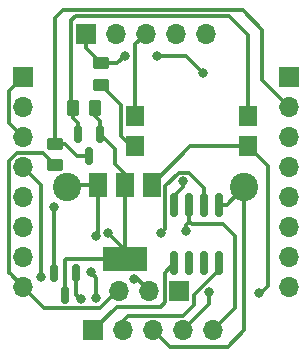
<source format=gbl>
G04 #@! TF.GenerationSoftware,KiCad,Pcbnew,(6.0.11)*
G04 #@! TF.CreationDate,2023-12-04T17:04:48+01:00*
G04 #@! TF.ProjectId,PCB_Dongle_Linky,5043425f-446f-46e6-976c-655f4c696e6b,rev?*
G04 #@! TF.SameCoordinates,Original*
G04 #@! TF.FileFunction,Copper,L2,Bot*
G04 #@! TF.FilePolarity,Positive*
%FSLAX46Y46*%
G04 Gerber Fmt 4.6, Leading zero omitted, Abs format (unit mm)*
G04 Created by KiCad (PCBNEW (6.0.11)) date 2023-12-04 17:04:48*
%MOMM*%
%LPD*%
G01*
G04 APERTURE LIST*
G04 Aperture macros list*
%AMRoundRect*
0 Rectangle with rounded corners*
0 $1 Rounding radius*
0 $2 $3 $4 $5 $6 $7 $8 $9 X,Y pos of 4 corners*
0 Add a 4 corners polygon primitive as box body*
4,1,4,$2,$3,$4,$5,$6,$7,$8,$9,$2,$3,0*
0 Add four circle primitives for the rounded corners*
1,1,$1+$1,$2,$3*
1,1,$1+$1,$4,$5*
1,1,$1+$1,$6,$7*
1,1,$1+$1,$8,$9*
0 Add four rect primitives between the rounded corners*
20,1,$1+$1,$2,$3,$4,$5,0*
20,1,$1+$1,$4,$5,$6,$7,0*
20,1,$1+$1,$6,$7,$8,$9,0*
20,1,$1+$1,$8,$9,$2,$3,0*%
G04 Aperture macros list end*
G04 #@! TA.AperFunction,ComponentPad*
%ADD10R,1.700000X1.700000*%
G04 #@! TD*
G04 #@! TA.AperFunction,ComponentPad*
%ADD11O,1.700000X1.700000*%
G04 #@! TD*
G04 #@! TA.AperFunction,ComponentPad*
%ADD12C,2.400000*%
G04 #@! TD*
G04 #@! TA.AperFunction,SMDPad,CuDef*
%ADD13R,1.500000X1.780000*%
G04 #@! TD*
G04 #@! TA.AperFunction,SMDPad,CuDef*
%ADD14RoundRect,0.150000X-0.150000X0.587500X-0.150000X-0.587500X0.150000X-0.587500X0.150000X0.587500X0*%
G04 #@! TD*
G04 #@! TA.AperFunction,SMDPad,CuDef*
%ADD15RoundRect,0.250000X-0.450000X0.262500X-0.450000X-0.262500X0.450000X-0.262500X0.450000X0.262500X0*%
G04 #@! TD*
G04 #@! TA.AperFunction,SMDPad,CuDef*
%ADD16R,1.500000X2.000000*%
G04 #@! TD*
G04 #@! TA.AperFunction,SMDPad,CuDef*
%ADD17R,3.800000X2.000000*%
G04 #@! TD*
G04 #@! TA.AperFunction,SMDPad,CuDef*
%ADD18RoundRect,0.250000X0.262500X0.450000X-0.262500X0.450000X-0.262500X-0.450000X0.262500X-0.450000X0*%
G04 #@! TD*
G04 #@! TA.AperFunction,SMDPad,CuDef*
%ADD19RoundRect,0.150000X0.150000X-0.825000X0.150000X0.825000X-0.150000X0.825000X-0.150000X-0.825000X0*%
G04 #@! TD*
G04 #@! TA.AperFunction,ViaPad*
%ADD20C,0.800000*%
G04 #@! TD*
G04 #@! TA.AperFunction,Conductor*
%ADD21C,0.300000*%
G04 #@! TD*
G04 APERTURE END LIST*
D10*
G04 #@! TO.P,J0,1,Pin_1*
G04 #@! TO.N,I1*
X25275000Y-104400000D03*
D11*
G04 #@! TO.P,J0,2,Pin_2*
G04 #@! TO.N,unconnected-(J0-Pad2)*
X27815000Y-104400000D03*
G04 #@! TO.P,J0,3,Pin_3*
G04 #@! TO.N,I2*
X30355000Y-104400000D03*
G04 #@! TO.P,J0,4,Pin_4*
G04 #@! TO.N,unconnected-(J0-Pad4)*
X32895000Y-104400000D03*
G04 #@! TO.P,J0,5,Pin_5*
G04 #@! TO.N,A*
X35435000Y-104400000D03*
G04 #@! TD*
D10*
G04 #@! TO.P,J2,1,Pin_1*
G04 #@! TO.N,unconnected-(J2-Pad1)*
X42520000Y-108000000D03*
D11*
G04 #@! TO.P,J2,2,Pin_2*
G04 #@! TO.N,Net-(J2-Pad2)*
X42520000Y-110540000D03*
G04 #@! TO.P,J2,3,Pin_3*
G04 #@! TO.N,unconnected-(J2-Pad3)*
X42520000Y-113080000D03*
G04 #@! TO.P,J2,4,Pin_4*
G04 #@! TO.N,unconnected-(J2-Pad4)*
X42520000Y-115620000D03*
G04 #@! TO.P,J2,5,Pin_5*
G04 #@! TO.N,unconnected-(J2-Pad5)*
X42520000Y-118160000D03*
G04 #@! TO.P,J2,6,Pin_6*
G04 #@! TO.N,unconnected-(J2-Pad6)*
X42520000Y-120700000D03*
G04 #@! TO.P,J2,7,Pin_7*
G04 #@! TO.N,GND1*
X42520000Y-123240000D03*
G04 #@! TO.P,J2,8,Pin_8*
G04 #@! TO.N,unconnected-(J2-Pad8)*
X42520000Y-125780000D03*
G04 #@! TD*
D10*
G04 #@! TO.P,J1,1,Pin_1*
G04 #@! TO.N,Net-(J1-Pad1)*
X20000000Y-108000000D03*
D11*
G04 #@! TO.P,J1,2,Pin_2*
G04 #@! TO.N,Net-(J1-Pad2)*
X20000000Y-110540000D03*
G04 #@! TO.P,J1,3,Pin_3*
G04 #@! TO.N,Net-(J1-Pad1)*
X20000000Y-113080000D03*
G04 #@! TO.P,J1,4,Pin_4*
G04 #@! TO.N,Net-(J1-Pad4)*
X20000000Y-115620000D03*
G04 #@! TO.P,J1,5,Pin_5*
G04 #@! TO.N,unconnected-(J1-Pad5)*
X20000000Y-118160000D03*
G04 #@! TO.P,J1,6,Pin_6*
G04 #@! TO.N,unconnected-(J1-Pad6)*
X20000000Y-120700000D03*
G04 #@! TO.P,J1,7,Pin_7*
G04 #@! TO.N,unconnected-(J1-Pad7)*
X20000000Y-123240000D03*
G04 #@! TO.P,J1,8,Pin_8*
G04 #@! TO.N,+3.3V*
X20000000Y-125780000D03*
G04 #@! TD*
D10*
G04 #@! TO.P,J4,1,Pin_1*
G04 #@! TO.N,Net-(J4-Pad1)*
X25925000Y-129450000D03*
D11*
G04 #@! TO.P,J4,2,Pin_2*
G04 #@! TO.N,VCC*
X28465000Y-129450000D03*
G04 #@! TO.P,J4,3,Pin_3*
G04 #@! TO.N,GND*
X31005000Y-129450000D03*
G04 #@! TO.P,J4,4,Pin_4*
G04 #@! TO.N,Net-(DZ1-Pad1)*
X33545000Y-129450000D03*
G04 #@! TO.P,J4,5,Pin_5*
G04 #@! TO.N,Net-(J4-Pad5)*
X36085000Y-129450000D03*
G04 #@! TD*
D12*
G04 #@! TO.P,C1,1*
G04 #@! TO.N,VCC*
X23700000Y-117350000D03*
G04 #@! TO.P,C1,2*
G04 #@! TO.N,GND*
X38700000Y-117350000D03*
G04 #@! TD*
D10*
G04 #@! TO.P,J3,1,Pin_1*
G04 #@! TO.N,GND1*
X33225000Y-126150000D03*
D11*
G04 #@! TO.P,J3,2,Pin_2*
G04 #@! TO.N,Net-(J1-Pad4)*
X30685000Y-126150000D03*
G04 #@! TO.P,J3,3,Pin_3*
G04 #@! TO.N,+3.3V*
X28145000Y-126150000D03*
G04 #@! TD*
D13*
G04 #@! TO.P,U1,1*
G04 #@! TO.N,Net-(R1-Pad2)*
X29500000Y-113890000D03*
G04 #@! TO.P,U1,2*
G04 #@! TO.N,I2*
X29500000Y-111350000D03*
G04 #@! TO.P,U1,3*
G04 #@! TO.N,Net-(Q1-Pad1)*
X39030000Y-111350000D03*
G04 #@! TO.P,U1,4*
G04 #@! TO.N,+3.3V*
X39030000Y-113890000D03*
G04 #@! TD*
D14*
G04 #@! TO.P,Q2,1,G*
G04 #@! TO.N,Net-(Q2-Pad1)*
X22600000Y-124612500D03*
G04 #@! TO.P,Q2,2,S*
G04 #@! TO.N,GND*
X24500000Y-124612500D03*
G04 #@! TO.P,Q2,3,D*
G04 #@! TO.N,GND1*
X23550000Y-126487500D03*
G04 #@! TD*
D15*
G04 #@! TO.P,R1,1*
G04 #@! TO.N,I1*
X26565000Y-106837500D03*
G04 #@! TO.P,R1,2*
G04 #@! TO.N,Net-(R1-Pad2)*
X26565000Y-108662500D03*
G04 #@! TD*
D16*
G04 #@! TO.P,U2,1,VI*
G04 #@! TO.N,VCC*
X26300000Y-117150000D03*
G04 #@! TO.P,U2,2,GND*
G04 #@! TO.N,GND1*
X28600000Y-117150000D03*
D17*
X28600000Y-123450000D03*
D16*
G04 #@! TO.P,U2,3,VO*
G04 #@! TO.N,+3.3V*
X30900000Y-117150000D03*
G04 #@! TD*
D14*
G04 #@! TO.P,Q1,1,G*
G04 #@! TO.N,Net-(Q1-Pad1)*
X24600000Y-112862500D03*
G04 #@! TO.P,Q1,2,S*
G04 #@! TO.N,GND1*
X26500000Y-112862500D03*
G04 #@! TO.P,Q1,3,D*
G04 #@! TO.N,Net-(J2-Pad2)*
X25550000Y-114737500D03*
G04 #@! TD*
D18*
G04 #@! TO.P,R2,1*
G04 #@! TO.N,GND1*
X26062500Y-110600000D03*
G04 #@! TO.P,R2,2*
G04 #@! TO.N,Net-(Q1-Pad1)*
X24237500Y-110600000D03*
G04 #@! TD*
D15*
G04 #@! TO.P,R3,1*
G04 #@! TO.N,Net-(J2-Pad2)*
X22700000Y-113650000D03*
G04 #@! TO.P,R3,2*
G04 #@! TO.N,+3.3V*
X22700000Y-115475000D03*
G04 #@! TD*
D19*
G04 #@! TO.P,U3,1,VDD*
G04 #@! TO.N,VCC*
X36605000Y-123775000D03*
G04 #@! TO.P,U3,2,RA5*
G04 #@! TO.N,unconnected-(U3-Pad2)*
X35335000Y-123775000D03*
G04 #@! TO.P,U3,3,RA4*
G04 #@! TO.N,unconnected-(U3-Pad3)*
X34065000Y-123775000D03*
G04 #@! TO.P,U3,4,RA3*
G04 #@! TO.N,Net-(J4-Pad1)*
X32795000Y-123775000D03*
G04 #@! TO.P,U3,5,RA2*
G04 #@! TO.N,Net-(Q2-Pad1)*
X32795000Y-118825000D03*
G04 #@! TO.P,U3,6,RA1*
G04 #@! TO.N,Net-(J4-Pad5)*
X34065000Y-118825000D03*
G04 #@! TO.P,U3,7,RA0*
G04 #@! TO.N,Net-(DZ1-Pad1)*
X35335000Y-118825000D03*
G04 #@! TO.P,U3,8,VSS*
G04 #@! TO.N,GND*
X36605000Y-118825000D03*
G04 #@! TD*
D20*
G04 #@! TO.N,I1*
X31300000Y-106200000D03*
X28600000Y-106200000D03*
X35200000Y-107650000D03*
G04 #@! TO.N,VCC*
X26200000Y-121500000D03*
X25750000Y-124550000D03*
X26200000Y-126750000D03*
G04 #@! TO.N,GND*
X24850000Y-126825500D03*
G04 #@! TO.N,Net-(DZ1-Pad1)*
X31700000Y-121200000D03*
X35750000Y-126250000D03*
G04 #@! TO.N,+3.3V*
X40000000Y-126300000D03*
G04 #@! TO.N,GND1*
X27158888Y-121217974D03*
G04 #@! TO.N,Net-(J4-Pad5)*
X33764068Y-121091559D03*
G04 #@! TO.N,Net-(Q2-Pad1)*
X33500000Y-116850000D03*
X22600000Y-119050000D03*
G04 #@! TO.N,Net-(J1-Pad4)*
X21500000Y-124950000D03*
X29400000Y-125150000D03*
G04 #@! TD*
D21*
G04 #@! TO.N,I1*
X31300000Y-106200000D02*
X33750000Y-106200000D01*
X33750000Y-106200000D02*
X35200000Y-107650000D01*
X27962500Y-106837500D02*
X28600000Y-106200000D01*
X26565000Y-106837500D02*
X27962500Y-106837500D01*
G04 #@! TO.N,Net-(Q1-Pad1)*
X24075000Y-110437500D02*
X24237500Y-110600000D01*
X24425000Y-102850000D02*
X24075000Y-103200000D01*
X24075000Y-103200000D02*
X24075000Y-110437500D01*
X37400000Y-102850000D02*
X24425000Y-102850000D01*
X39030000Y-111350000D02*
X39030000Y-104480000D01*
X39030000Y-104480000D02*
X37400000Y-102850000D01*
G04 #@! TO.N,Net-(J2-Pad2)*
X38600000Y-102350000D02*
X40250000Y-104000000D01*
X23350000Y-102350000D02*
X38600000Y-102350000D01*
X22700000Y-103000000D02*
X23350000Y-102350000D01*
X40250000Y-104000000D02*
X40250000Y-108270000D01*
X40250000Y-108270000D02*
X42520000Y-110540000D01*
X22700000Y-113650000D02*
X22700000Y-103000000D01*
G04 #@! TO.N,I2*
X29500000Y-105255000D02*
X30355000Y-104400000D01*
X29500000Y-111350000D02*
X29500000Y-105255000D01*
G04 #@! TO.N,I1*
X25275000Y-104400000D02*
X25275000Y-105547500D01*
X25275000Y-105547500D02*
X26565000Y-106837500D01*
G04 #@! TO.N,VCC*
X36605000Y-124334339D02*
X34450000Y-126489339D01*
X28465000Y-128685000D02*
X28465000Y-129450000D01*
X23900000Y-117150000D02*
X23700000Y-117350000D01*
X26300000Y-117150000D02*
X23900000Y-117150000D01*
X36605000Y-123775000D02*
X36605000Y-124334339D01*
X33550000Y-128250000D02*
X28900000Y-128250000D01*
X26200000Y-121500000D02*
X26300000Y-121400000D01*
X34450000Y-127350000D02*
X33550000Y-128250000D01*
X34450000Y-126489339D02*
X34450000Y-127350000D01*
X26300000Y-121400000D02*
X26300000Y-117150000D01*
X28900000Y-128250000D02*
X28465000Y-128685000D01*
X26200000Y-125000000D02*
X26200000Y-126750000D01*
X25750000Y-124550000D02*
X26200000Y-125000000D01*
G04 #@! TO.N,GND*
X24500000Y-126475500D02*
X24500000Y-124612500D01*
X37300000Y-130850000D02*
X38700000Y-129450000D01*
X32405000Y-130850000D02*
X37300000Y-130850000D01*
X36605000Y-118825000D02*
X37225000Y-118825000D01*
X37225000Y-118825000D02*
X38700000Y-117350000D01*
X31005000Y-129450000D02*
X32405000Y-130850000D01*
X24850000Y-126825500D02*
X24500000Y-126475500D01*
X38700000Y-129450000D02*
X38700000Y-117350000D01*
G04 #@! TO.N,I1*
X26565000Y-106837500D02*
X26565000Y-106735000D01*
G04 #@! TO.N,Net-(DZ1-Pad1)*
X35335000Y-117435000D02*
X34000000Y-116100000D01*
X35335000Y-118825000D02*
X35335000Y-117435000D01*
X34000000Y-116100000D02*
X33150000Y-116100000D01*
X33150000Y-116100000D02*
X32000000Y-117250000D01*
X32000000Y-117250000D02*
X32000000Y-120900000D01*
X32000000Y-120900000D02*
X31700000Y-121200000D01*
X33545000Y-129450000D02*
X35750000Y-127245000D01*
X35750000Y-127245000D02*
X35750000Y-126250000D01*
G04 #@! TO.N,+3.3V*
X40700000Y-115560000D02*
X39030000Y-113890000D01*
X27950000Y-126150000D02*
X28145000Y-126150000D01*
X21795000Y-127575000D02*
X26525000Y-127575000D01*
X40700000Y-125700000D02*
X40700000Y-115560000D01*
X18800000Y-115122943D02*
X18800000Y-124650000D01*
X40100000Y-126300000D02*
X40700000Y-125700000D01*
X19502943Y-114420000D02*
X18800000Y-115122943D01*
X40000000Y-126300000D02*
X40100000Y-126300000D01*
X21645000Y-114420000D02*
X19502943Y-114420000D01*
X39030000Y-113890000D02*
X34160000Y-113890000D01*
X22700000Y-115475000D02*
X21645000Y-114420000D01*
X26525000Y-127575000D02*
X27950000Y-126150000D01*
X20000000Y-125780000D02*
X21795000Y-127575000D01*
X18800000Y-124650000D02*
X18870000Y-124650000D01*
X34160000Y-113890000D02*
X30900000Y-117150000D01*
X18870000Y-124650000D02*
X20000000Y-125780000D01*
G04 #@! TO.N,GND1*
X23650000Y-123450000D02*
X28600000Y-123450000D01*
X26062500Y-110600000D02*
X26062500Y-111312500D01*
X26062500Y-111312500D02*
X26500000Y-111750000D01*
X28600000Y-123450000D02*
X28600000Y-117150000D01*
X23550000Y-123550000D02*
X23650000Y-123450000D01*
X28600000Y-117150000D02*
X28600000Y-116250000D01*
X27765000Y-115415000D02*
X27765000Y-114127500D01*
X28600000Y-122659086D02*
X28600000Y-123450000D01*
X27158888Y-121217974D02*
X28600000Y-122659086D01*
X27765000Y-114127500D02*
X26500000Y-112862500D01*
X23550000Y-126487500D02*
X23550000Y-123550000D01*
X28600000Y-116250000D02*
X27765000Y-115415000D01*
X26500000Y-111750000D02*
X26500000Y-112862500D01*
G04 #@! TO.N,Net-(J4-Pad1)*
X31650000Y-127450000D02*
X32000000Y-127100000D01*
X32000000Y-127100000D02*
X32000000Y-124570000D01*
X25925000Y-129450000D02*
X27925000Y-127450000D01*
X32000000Y-124570000D02*
X32795000Y-123775000D01*
X27925000Y-127450000D02*
X31650000Y-127450000D01*
G04 #@! TO.N,Net-(J4-Pad5)*
X36085000Y-129450000D02*
X37950000Y-127585000D01*
X34250000Y-120450000D02*
X34065000Y-120265000D01*
X33764068Y-121091559D02*
X33764068Y-120565932D01*
X36950000Y-120450000D02*
X34250000Y-120450000D01*
X37950000Y-121450000D02*
X36950000Y-120450000D01*
X33764068Y-120565932D02*
X34065000Y-120265000D01*
X37950000Y-127585000D02*
X37950000Y-121450000D01*
X34065000Y-120265000D02*
X34065000Y-118825000D01*
G04 #@! TO.N,Net-(Q1-Pad1)*
X24237500Y-110600000D02*
X24237500Y-111487500D01*
X24650000Y-111900000D02*
X24650000Y-112812500D01*
X24237500Y-111487500D02*
X24650000Y-111900000D01*
X24650000Y-112812500D02*
X24600000Y-112862500D01*
G04 #@! TO.N,Net-(Q2-Pad1)*
X33500000Y-116850000D02*
X33500000Y-117350000D01*
X33500000Y-117350000D02*
X33000000Y-117850000D01*
X22600000Y-124612500D02*
X22600000Y-119050000D01*
G04 #@! TO.N,Net-(R1-Pad2)*
X28300000Y-110397500D02*
X28300000Y-113050000D01*
X28300000Y-113050000D02*
X29140000Y-113890000D01*
X26565000Y-108662500D02*
X28300000Y-110397500D01*
X29140000Y-113890000D02*
X29500000Y-113890000D01*
G04 #@! TO.N,Net-(J1-Pad1)*
X18800000Y-109200000D02*
X18800000Y-111880000D01*
X20000000Y-108000000D02*
X18800000Y-109200000D01*
X18800000Y-111880000D02*
X20000000Y-113080000D01*
G04 #@! TO.N,Net-(J1-Pad4)*
X21500000Y-124950000D02*
X21500000Y-117120000D01*
X29685000Y-125150000D02*
X29400000Y-125150000D01*
X21500000Y-117120000D02*
X20000000Y-115620000D01*
X30685000Y-126150000D02*
X29685000Y-125150000D01*
G04 #@! TO.N,Net-(J2-Pad2)*
X24587500Y-114737500D02*
X25550000Y-114737500D01*
X42540000Y-110540000D02*
X42540000Y-110282894D01*
X22700000Y-113650000D02*
X23500000Y-113650000D01*
X23500000Y-113650000D02*
X24587500Y-114737500D01*
G04 #@! TD*
M02*

</source>
